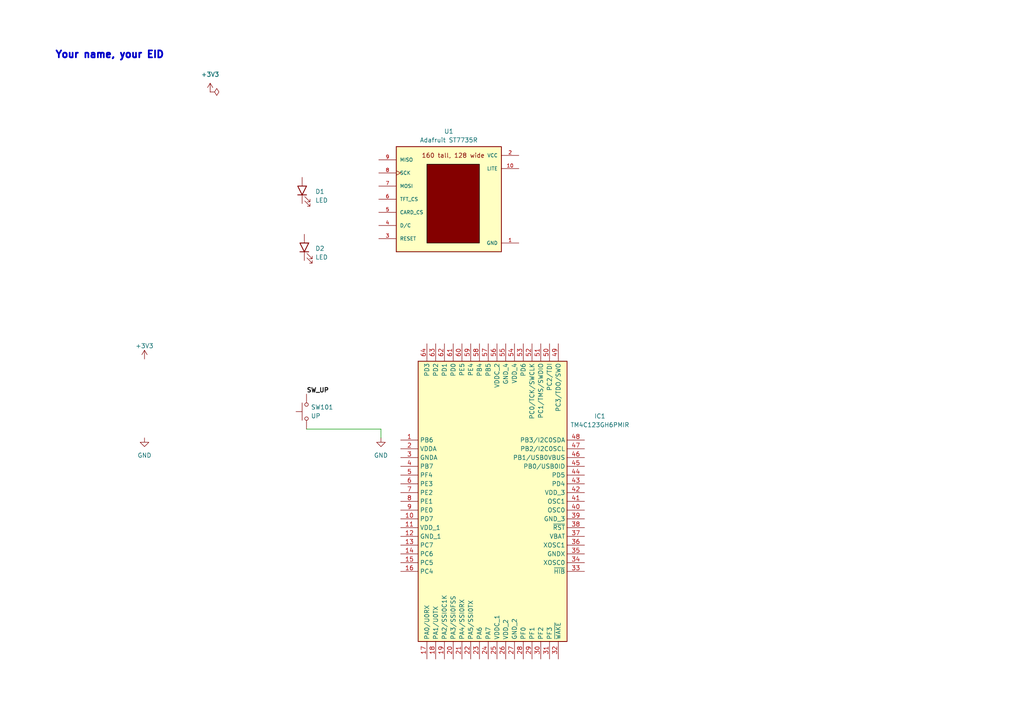
<source format=kicad_sch>
(kicad_sch (version 20230121) (generator eeschema)
  (paper "A4")
  (title_block (title "ECE 445L Lab6 Project") (date "2024-02-20") (rev "v1.0.0") (company "The University of Texas at Austin"))
  (lib_symbols
    (symbol "ECE445L:Adafruit_ST7735R" (pin_names (offset 1.016))
      (property "Reference" "U?" (at -15.24 16.002 0))
      (property "Value" "Adafruit ST7735R" (at -15.24 -17.78 0))
      (symbol "Adafruit_ST7735R_0_0"
        (rectangle (start -15.24 15.24) (end 15.24 -15.24) (stroke (width 0.254)) (fill (type background)))
      )
      (symbol "Adafruit_ST7735R_1_0"
        (pin power_in line (at 20.32 -12.7 180) (length 5.08) (name "GND") (number "1"))
        (pin power_in line (at 20.32 8.89 180) (length 5.08) (name "LITE") (number "10"))
        (pin power_in line (at 20.32 12.7 180) (length 5.08) (name "VCC") (number "2"))
        (pin input line (at -20.32 -11.43 0) (length 5.08) (name "RESET") (number "3"))
        (pin input line (at -20.32 -7.62 0) (length 5.08) (name "D/C") (number "4"))
        (pin input line (at -20.32 -3.81 0) (length 5.08) (name "CARD_CS") (number "5"))
        (pin input line (at -20.32 0 0) (length 5.08) (name "TFT_CS") (number "6"))
        (pin input line (at -20.32 3.81 0) (length 5.08) (name "MOSI") (number "7"))
        (pin input clock (at -20.32 7.62 0) (length 5.08) (name "SCK") (number "8"))
        (pin output line (at -20.32 11.43 0) (length 5.08) (name "MISO") (number "9"))
      )
      (symbol "Adafruit_ST7735R_1_1"
        (rectangle (start -6.35 10.16) (end 8.89 -12.7) (stroke (width 0) (color 0 0 0 1)) (fill (type color) (color 132 0 0 1)))
        (text "160 tall, 128 wide" (at 1.27 12.7 0) (effects (font (size 1.27 1.27))))
      )
    )
    (symbol "ECE445L:LED" (pin_numbers hide) (pin_names (offset 1.016) hide)
      (property "Reference" "D" (at 1.27 1.27 0))
      (property "Value" "LED" (at -5.08 -1.27 0))
      (symbol "LED_0_1"
        (polyline (pts (xy 0 -1.27) (xy -2.54 -1.27)) (stroke (width 0.254)))
        (polyline (pts (xy 0 1.27) (xy -2.54 1.27) (xy -1.27 -1.27) (xy 0 1.27)) (stroke (width 0.254)))
        (polyline (pts (xy -0.508 -3.048) (xy 1.016 -4.572) (xy 1.016 -3.81) (xy 1.016 -4.572) (xy 0.254 -4.572)))
        (polyline (pts (xy -0.508 -1.778) (xy 1.016 -3.302) (xy 1.016 -2.54) (xy 1.016 -3.302) (xy 0.254 -3.302)))
      )
      (symbol "LED_1_1"
        (pin passive line (at -1.27 -3.81 90) (length 2.54) (name "K") (number "1"))
        (pin passive line (at -1.27 3.81 270) (length 2.54) (name "A") (number "2"))
      )
    )
    (symbol "Switch:SW_Push" (pin_numbers hide) (pin_names (offset 1.016) hide)
      (property "Reference" "SW" (at 1.27 2.54 0))
      (property "Value" "SW_Push" (at 0 -1.524 0))
      (symbol "SW_Push_0_1"
        (circle (center -2.032 0) (radius 0.508))
        (polyline (pts (xy 0 1.27) (xy 0 3.048)))
        (polyline (pts (xy 2.54 1.27) (xy -2.54 1.27)))
        (circle (center 2.032 0) (radius 0.508))
        (pin passive line (at -5.08 0 0) (length 2.54) (name "1") (number "1"))
        (pin passive line (at 5.08 0 180) (length 2.54) (name "2") (number "2"))
      )
    )
    (symbol "TM4C123GH6PMIR:TM4C123GH6PMIR"
      (property "Reference" "IC" (at 49.53 27.94 0))
      (property "Value" "TM4C123GH6PMIR" (at 49.53 25.4 0))
      (symbol "TM4C123GH6PMIR_1_1"
        (rectangle (start 5.08 22.86) (end 48.26 -58.42) (stroke (width 0.254)) (fill (type background)))
        (pin passive line (at 0 0 0) (length 5.08) (name "PB6") (number "1"))
        (pin passive line (at 0 -22.86 0) (length 5.08) (name "PD7") (number "10"))
        (pin passive line (at 0 -25.4 0) (length 5.08) (name "VDD_1") (number "11"))
        (pin passive line (at 0 -27.94 0) (length 5.08) (name "GND_1") (number "12"))
        (pin passive line (at 0 -30.48 0) (length 5.08) (name "PC7") (number "13"))
        (pin passive line (at 0 -33.02 0) (length 5.08) (name "PC6") (number "14"))
        (pin passive line (at 0 -35.56 0) (length 5.08) (name "PC5") (number "15"))
        (pin passive line (at 0 -38.1 0) (length 5.08) (name "PC4") (number "16"))
        (pin passive line (at 7.62 -63.5 90) (length 5.08) (name "PA0/U0RX") (number "17"))
        (pin passive line (at 10.16 -63.5 90) (length 5.08) (name "PA1/U0TX") (number "18"))
        (pin passive line (at 12.7 -63.5 90) (length 5.08) (name "PA2/SSI0C1K") (number "19"))
        (pin passive line (at 0 -2.54 0) (length 5.08) (name "VDDA") (number "2"))
        (pin passive line (at 15.24 -63.5 90) (length 5.08) (name "PA3/SSI0FSS") (number "20"))
        (pin passive line (at 17.78 -63.5 90) (length 5.08) (name "PA4/SSI0RX") (number "21"))
        (pin passive line (at 20.32 -63.5 90) (length 5.08) (name "PA5/SSI0TX") (number "22"))
        (pin passive line (at 22.86 -63.5 90) (length 5.08) (name "PA6") (number "23"))
        (pin passive line (at 25.4 -63.5 90) (length 5.08) (name "PA7") (number "24"))
        (pin passive line (at 27.94 -63.5 90) (length 5.08) (name "VDDC_1") (number "25"))
        (pin passive line (at 30.48 -63.5 90) (length 5.08) (name "VDD_2") (number "26"))
        (pin passive line (at 33.02 -63.5 90) (length 5.08) (name "GND_2") (number "27"))
        (pin passive line (at 35.56 -63.5 90) (length 5.08) (name "PF0") (number "28"))
        (pin passive line (at 38.1 -63.5 90) (length 5.08) (name "PF1") (number "29"))
        (pin passive line (at 0 -5.08 0) (length 5.08) (name "GNDA") (number "3"))
        (pin passive line (at 40.64 -63.5 90) (length 5.08) (name "PF2") (number "30"))
        (pin passive line (at 43.18 -63.5 90) (length 5.08) (name "PF3") (number "31"))
        (pin passive line (at 45.72 -63.5 90) (length 5.08) (name "~{WAKE}") (number "32"))
        (pin passive line (at 53.34 -38.1 180) (length 5.08) (name "~{HIB}") (number "33"))
        (pin passive line (at 53.34 -35.56 180) (length 5.08) (name "XOSC0") (number "34"))
        (pin passive line (at 53.34 -33.02 180) (length 5.08) (name "GNDX") (number "35"))
        (pin passive line (at 53.34 -30.48 180) (length 5.08) (name "XOSC1") (number "36"))
        (pin passive line (at 53.34 -27.94 180) (length 5.08) (name "VBAT") (number "37"))
        (pin passive line (at 53.34 -25.4 180) (length 5.08) (name "~{RST}") (number "38"))
        (pin passive line (at 53.34 -22.86 180) (length 5.08) (name "GND_3") (number "39"))
        (pin passive line (at 0 -7.62 0) (length 5.08) (name "PB7") (number "4"))
        (pin passive line (at 53.34 -20.32 180) (length 5.08) (name "OSC0") (number "40"))
        (pin passive line (at 53.34 -17.78 180) (length 5.08) (name "OSC1") (number "41"))
        (pin passive line (at 53.34 -15.24 180) (length 5.08) (name "VDD_3") (number "42"))
        (pin passive line (at 53.34 -12.7 180) (length 5.08) (name "PD4") (number "43"))
        (pin passive line (at 53.34 -10.16 180) (length 5.08) (name "PD5") (number "44"))
        (pin passive line (at 53.34 -7.62 180) (length 5.08) (name "PB0/USB0ID") (number "45"))
        (pin passive line (at 53.34 -5.08 180) (length 5.08) (name "PB1/USB0VBUS") (number "46"))
        (pin passive line (at 53.34 -2.54 180) (length 5.08) (name "PB2/I2C0SCL") (number "47"))
        (pin passive line (at 53.34 0 180) (length 5.08) (name "PB3/I2C0SDA") (number "48"))
        (pin passive line (at 45.72 27.94 270) (length 5.08) (name "PC3/TDO/SWO") (number "49"))
        (pin passive line (at 0 -10.16 0) (length 5.08) (name "PF4") (number "5"))
        (pin passive line (at 43.18 27.94 270) (length 5.08) (name "PC2/TDI") (number "50"))
        (pin passive line (at 40.64 27.94 270) (length 5.08) (name "PC1/TMS/SWDIO") (number "51"))
        (pin passive line (at 38.1 27.94 270) (length 5.08) (name "PC0/TCK/SWCLK") (number "52"))
        (pin passive line (at 35.56 27.94 270) (length 5.08) (name "PD6") (number "53"))
        (pin passive line (at 33.02 27.94 270) (length 5.08) (name "VDD_4") (number "54"))
        (pin passive line (at 30.48 27.94 270) (length 5.08) (name "GND_4") (number "55"))
        (pin passive line (at 27.94 27.94 270) (length 5.08) (name "VDDC_2") (number "56"))
        (pin passive line (at 25.4 27.94 270) (length 5.08) (name "PB5") (number "57"))
        (pin passive line (at 22.86 27.94 270) (length 5.08) (name "PB4") (number "58"))
        (pin passive line (at 20.32 27.94 270) (length 5.08) (name "PE4") (number "59"))
        (pin passive line (at 0 -12.7 0) (length 5.08) (name "PE3") (number "6"))
        (pin passive line (at 17.78 27.94 270) (length 5.08) (name "PE5") (number "60"))
        (pin passive line (at 15.24 27.94 270) (length 5.08) (name "PD0") (number "61"))
        (pin passive line (at 12.7 27.94 270) (length 5.08) (name "PD1") (number "62"))
        (pin passive line (at 10.16 27.94 270) (length 5.08) (name "PD2") (number "63"))
        (pin passive line (at 7.62 27.94 270) (length 5.08) (name "PD3") (number "64"))
        (pin passive line (at 0 -15.24 0) (length 5.08) (name "PE2") (number "7"))
        (pin passive line (at 0 -17.78 0) (length 5.08) (name "PE1") (number "8"))
        (pin passive line (at 0 -20.32 0) (length 5.08) (name "PE0") (number "9"))
      )
    )
    (symbol "power:+3V3" (power) (pin_names (offset 0))
      (property "Value" "+3V3" (at 0 3.556 0))
      (symbol "+3V3_0_1"
        (polyline (pts (xy -0.762 1.27) (xy 0 2.54)))
        (polyline (pts (xy 0 0) (xy 0 2.54)))
        (polyline (pts (xy 0 2.54) (xy 0.762 1.27)))
      )
      (symbol "+3V3_1_1"
        (pin power_in line (at 0 0 90) (length 0) hide (name "+3V3") (number "1"))
      )
    )
    (symbol "power:GND" (power) (pin_names (offset 0))
      (property "Value" "GND" (at 0 -3.81 0))
      (symbol "GND_0_1"
        (polyline (pts (xy 0 0) (xy 0 -1.27) (xy 1.27 -1.27) (xy 0 -2.54) (xy -1.27 -1.27) (xy 0 -1.27)))
      )
      (symbol "GND_1_1"
        (pin power_in line (at 0 0 270) (length 0) hide (name "GND") (number "1"))
      )
    )
    (symbol "power:PWR_FLAG" (power) (pin_numbers hide) (pin_names (offset 0) hide)
      (property "Value" "PWR_FLAG" (at 0 3.81 0))
      (symbol "PWR_FLAG_0_0"
        (pin power_out line (at 0 0 90) (length 0) (name "pwr") (number "1"))
      )
      (symbol "PWR_FLAG_0_1"
        (polyline (pts (xy 0 0) (xy 0 1.27) (xy -1.016 1.905) (xy 0 2.54) (xy 1.016 1.905) (xy 0 1.27)))
      )
    )
  )
  (wire (pts (xy 110.49 124.46) (xy 110.49 127)))
  (wire (pts (xy 88.9 124.46) (xy 110.49 124.46)))
  (text "Your name, your EID" (at 15.875 17.145 0) (effects (font (size 2 2) (thickness 0.6) bold) (justify left bottom)))
  (label "SW_UP" (at 88.9 114.3 0) (effects (font bold)))
  (symbol (lib_id "ECE445L:LED") (at 89.535 71.755 0) (unit 1)
    (property "Reference" "D2" (at 91.44 72.0725 0) (effects (justify left)))
    (property "Value" "LED" (at 91.44 74.6125 0) (effects (justify left)))
    (property "Footprint" "ECE445L:LED_D5.0mm" (effects hide))
    (property "Datasheet" "https://users.ece.utexas.edu/~valvano/mspm0/HLMP-4700.pdf" (effects hide))
  )
  (symbol (lib_id "Switch:SW_Push") (at 88.9 119.38 90) (unit 1)
    (property "Reference" "SW101" (at 90.17 118.11 90) (effects (justify right)))
    (property "Value" "UP" (at 90.17 120.65 90) (effects (justify right)))
    (property "Footprint" "Button_Switch_THT:SW_PUSH_6mm" (effects hide))
  )
  (symbol (lib_id "ECE445L:LED") (at 88.9 55.245 0) (unit 1)
    (property "Reference" "D1" (at 91.44 55.5625 0) (effects (justify left)))
    (property "Value" "LED" (at 91.44 58.1025 0) (effects (justify left)))
    (property "Footprint" "ECE445L:LED_D5.0mm" (effects hide))
    (property "Datasheet" "https://users.ece.utexas.edu/~valvano/mspm0/HLMP-4700.pdf" (effects hide))
  )
  (symbol (lib_id "power:GND") (at 110.49 127 0) (unit 1)
    (property "Reference" "#PWR0107" (effects hide))
    (property "Value" "GND" (at 110.49 132.08 0))
  )
  (symbol (lib_id "ECE445L:Adafruit_ST7735R") (at 130.175 57.785 0) (unit 1)
    (property "Reference" "U1" (at 130.175 38.1 0))
    (property "Value" "Adafruit ST7735R" (at 130.175 40.64 0))
    (property "Footprint" "ECE445L:adafruit_st7735r2" (effects hide))
    (property "Datasheet" "https://www.mouser.com/datasheet/2/737/ST7735R_V0_2-2489618.pdf" (effects hide))
    (property "Distributor" "Mouser" (effects hide))
    (property "Manufacturer" "Adafruit" (effects hide))
    (property "P/N" "358" (effects hide))
    (property "Cost" "19.95" (effects hide))
  )
  (symbol (lib_id "power:+3V3") (at 60.96 26.67 0) (unit 1)
    (property "Reference" "#PWR0103" (effects hide))
    (property "Value" "+3V3" (at 60.96 21.59 0))
  )
  (symbol (lib_id "power:GND") (at 41.91 127 0) (unit 1)
    (property "Reference" "#PWR0102" (effects hide))
    (property "Value" "GND" (at 41.91 132.08 0))
  )
  (symbol (lib_id "power:PWR_FLAG") (at 60.96 26.67 270) (unit 1)
    (property "Reference" "#FLG0101" (effects hide))
    (property "Value" "PWR_FLAG" (effects hide))
  )
  (symbol (lib_id "TM4C123GH6PMIR:TM4C123GH6PMIR") (at 116.205 127.635 0) (unit 1)
    (property "Reference" "IC1" (at 173.99 120.7069 0))
    (property "Value" "TM4C123GH6PMIR" (at 173.99 123.2469 0))
    (property "Footprint" "ECE445L:QFP50P1200X1200X160-64N" (effects hide))
    (property "Datasheet" "http://www.ti.com/general/docs/suppproductinfo.tsp?distId=10&gotoUrl=http%3A%2F%2Fwww.ti.com%2Flit%2Fgpn%2Ftm4c123gh6pm" (effects hide))
    (property "Height" "1.6" (effects hide))
    (property "Mouser Part Number" "595-TM4C123GH6PMIR" (effects hide))
    (property "Mouser Price/Stock" "https://www.mouser.co.uk/ProductDetail/Texas-Instruments/TM4C123GH6PMIR?qs=9Y9qB%2FCsC3k3Wi%252BBS4c4WA%3D%3D" (effects hide))
    (property "Manufacturer_Name" "Texas Instruments" (effects hide))
    (property "Manufacturer_Part_Number" "TM4C123GH6PMIR" (effects hide))
  )
  (symbol (lib_id "power:+3V3") (at 41.91 104.14 0) (unit 1)
    (property "Reference" "#PWR0101" (effects hide))
    (property "Value" "+3V3" (at 41.91 100.33 0))
  )
)
</source>
